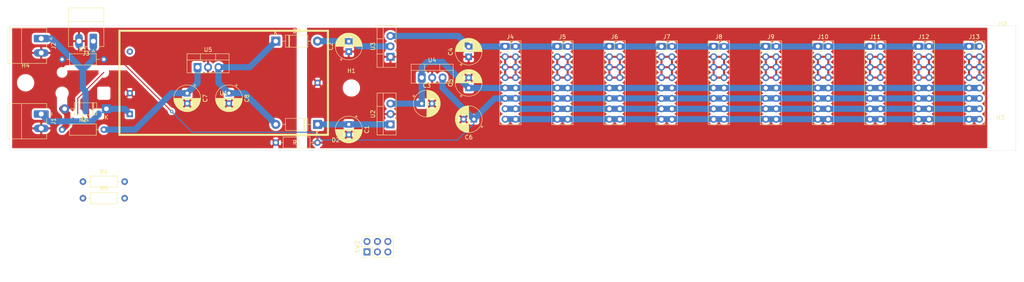
<source format=kicad_pcb>
(kicad_pcb (version 20171130) (host pcbnew 5.1.6)
  (layers (0 F.Cu signal) (31 B.Cu signal) (34 B.Paste user) (35 F.Paste user) (36 B.SilkS user) (37 F.SilkS user) (38 B.Mask user) (39 F.Mask user) (44 Edge.Cuts user))
  (net 0 "")
  (net 1 0V)
  (net 2 +12V)
  (net 3 -12V)
  (net 4 "Net-(D1-Pad1)")
  (net 5 GND)
  (net 6 "Net-(J1-Pad1)")
  (net 7 "Net-(R1-Pad2)")
  (net 8 "Net-(U1-Pad3)")
  (net 9 +5V)
  (net 10 Gate)
  (net 11 CV)
  (net 12 +15V)
  (net 13 -15V)
  (net 14 "Net-(C7-Pad1)")
  (net 15 "Net-(C8-Pad1)")
  (net 16 VIN)
  (net 17 "Net-(R4-Pad2)")
  (net 18 "Net-(R5-Pad2)")
  (module Connector_PinHeader_2.54mm:PinHeader_2x03_P2.54mm_Vertical (layer F.Cu) (at 125.095 130.175 90)
    (fp_text reference SW2 (at 1.27 -2.33 90) (layer F.SilkS))
    (fp_text value Conn_02x03_Odd_Even)
    (pad 6 thru_hole oval (at 2.54 5.08 90) (size 1.7 1.7) (drill 1) (layers *.Cu *.Mask) (net 17 "Net-(R4-Pad2)"))
    (pad 5 thru_hole oval (at 0 5.08 90) (size 1.7 1.7) (drill 1) (layers *.Cu *.Mask) (net 18 "Net-(R5-Pad2)"))
    (pad 4 thru_hole oval (at 2.54 2.54 90) (size 1.7 1.7) (drill 1) (layers *.Cu *.Mask) (net 7 "Net-(R1-Pad2)"))
    (pad 3 thru_hole oval (at 0 2.54 90) (size 1.7 1.7) (drill 1) (layers *.Cu *.Mask) (net 5 GND))
    (pad 2 thru_hole oval (at 2.54 0 90) (size 1.7 1.7) (drill 1) (layers *.Cu *.Mask) (net 16 VIN))
    (pad 1 thru_hole rect (at 0 0 90) (size 1.7 1.7) (drill 1) (layers *.Cu *.Mask) (net 6 "Net-(J1-Pad1)"))
  )
  (module Resistor_THT:R_Axial_DIN0207_L6.3mm_D2.5mm_P10.16mm_Horizontal (layer F.Cu) (at 55.88 117.08)
    (fp_text reference R5 (at 5.08 -2.37) (layer F.SilkS))
    (fp_text value R)
    (pad 2 thru_hole oval (at 10.16 0) (size 1.6 1.6) (drill 0.8) (layers *.Cu *.Mask) (net 18 "Net-(R5-Pad2)"))
    (pad 1 thru_hole circle (at 0 0) (size 1.6 1.6) (drill 0.8) (layers *.Cu *.Mask) (net 3 -12V))
  )
  (module Resistor_THT:R_Axial_DIN0207_L6.3mm_D2.5mm_P10.16mm_Horizontal (layer F.Cu) (at 55.88 113.03)
    (fp_text reference R4 (at 5.08 -2.37) (layer F.SilkS))
    (fp_text value R)
    (pad 2 thru_hole oval (at 10.16 0) (size 1.6 1.6) (drill 0.8) (layers *.Cu *.Mask) (net 17 "Net-(R4-Pad2)"))
    (pad 1 thru_hole circle (at 0 0) (size 1.6 1.6) (drill 0.8) (layers *.Cu *.Mask) (net 2 +12V))
  )
  (module MountingHole:MountingHole_3.2mm_M3 (layer F.Cu) (at 41.91 88.9)
    (fp_text reference H4 (at 0 -4.2) (layer F.SilkS))
    (fp_text value MountingHole)
    (pad 1 np_thru_hole circle (at 0 0) (size 3.2 3.2) (drill 3.2) (layers *.Cu *.Mask))
  )
  (module MountingHole:MountingHole_3.2mm_M3 (layer F.Cu) (at 279.4 101.6)
    (fp_text reference H3 (at 0 -4.2) (layer F.SilkS))
    (fp_text value MountingHole)
    (pad 1 np_thru_hole circle (at 0 0) (size 3.2 3.2) (drill 3.2) (layers *.Cu *.Mask))
  )
  (module MountingHole:MountingHole_3.2mm_M3 (layer F.Cu) (at 280.035 78.74)
    (fp_text reference H2 (at 0 -4.2) (layer F.SilkS))
    (fp_text value MountingHole)
    (pad 1 np_thru_hole circle (at 0 0) (size 3.2 3.2) (drill 3.2) (layers *.Cu *.Mask))
  )
  (module MountingHole:MountingHole_3.2mm_M3 (layer F.Cu) (at 121.285 90.17)
    (fp_text reference H1 (at 0 -4.2) (layer F.SilkS))
    (fp_text value MountingHole)
    (pad 1 np_thru_hole circle (at 0 0) (size 3.2 3.2) (drill 3.2) (layers *.Cu *.Mask))
  )
  (module Package_TO_SOT_THT:TO-220-3_Vertical (layer F.Cu) (at 83.82 85.09)
    (fp_text reference U5 (at 2.54 -4.27) (layer F.SilkS))
    (fp_text value VR20S12)
    (pad 3 thru_hole oval (at 5.08 0) (size 1.905 2) (drill 1.1) (layers *.Cu *.Mask) (net 15 "Net-(C8-Pad1)"))
    (pad 2 thru_hole oval (at 2.54 0) (size 1.905 2) (drill 1.1) (layers *.Cu *.Mask) (net 5 GND))
    (pad 1 thru_hole rect (at 0 0) (size 1.905 2) (drill 1.1) (layers *.Cu *.Mask) (net 14 "Net-(C7-Pad1)"))
  )
  (module Resistor_THT:R_Axial_DIN0207_L6.3mm_D2.5mm_P10.16mm_Horizontal (layer F.Cu) (at 102.87 103.505)
    (fp_text reference R3 (at 5.08 0) (layer F.SilkS))
    (fp_text value 0R)
    (pad 2 thru_hole oval (at 10.16 0) (size 1.6 1.6) (drill 0.8) (layers *.Cu *.Mask) (net 1 0V))
    (pad 1 thru_hole circle (at 0 0) (size 1.6 1.6) (drill 0.8) (layers *.Cu *.Mask) (net 5 GND))
  )
  (module Resistor_THT:R_Axial_DIN0207_L6.3mm_D2.5mm_P10.16mm_Horizontal (layer F.Cu) (at 50.8 100.33)
    (fp_text reference R2 (at 5.08 -2.37) (layer F.SilkS))
    (fp_text value 0R)
    (pad 2 thru_hole oval (at 10.16 0) (size 1.6 1.6) (drill 0.8) (layers *.Cu *.Mask) (net 14 "Net-(C7-Pad1)"))
    (pad 1 thru_hole circle (at 0 0) (size 1.6 1.6) (drill 0.8) (layers *.Cu *.Mask) (net 16 VIN))
  )
  (module Diode_THT:D_DO-41_SOD81_P10.16mm_Horizontal (layer F.Cu) (at 102.87 78.74)
    (fp_text reference D3 (at 5.08 -2.47) (layer F.SilkS))
    (fp_text value 1N5406RLG)
    (fp_text user K (at 0 -2.1) (layer F.SilkS))
    (pad 2 thru_hole oval (at 10.16 0) (size 2.2 2.2) (drill 1.1) (layers *.Cu *.Mask) (net 13 -15V))
    (pad 1 thru_hole rect (at 0 0) (size 2.2 2.2) (drill 1.1) (layers *.Cu *.Mask) (net 15 "Net-(C8-Pad1)"))
  )
  (module Diode_THT:D_DO-41_SOD81_P10.16mm_Horizontal (layer F.Cu) (at 113.03 99.06 180)
    (fp_text reference D2 (at -4.445 -3.81) (layer F.SilkS))
    (fp_text value 1N5406RLG)
    (fp_text user K (at 0 -2.1) (layer F.SilkS))
    (pad 2 thru_hole oval (at 10.16 0 180) (size 2.2 2.2) (drill 1.1) (layers *.Cu *.Mask) (net 15 "Net-(C8-Pad1)"))
    (pad 1 thru_hole rect (at 0 0 180) (size 2.2 2.2) (drill 1.1) (layers *.Cu *.Mask) (net 12 +15V))
  )
  (module Capacitor_THT:CP_Radial_D6.3mm_P2.50mm (layer F.Cu) (at 91.44 91.44 270)
    (fp_text reference C8 (at 1.25 -4.4 90) (layer F.SilkS))
    (fp_text value 22u/50V)
    (pad 2 thru_hole circle (at 2.5 0 270) (size 1.6 1.6) (drill 0.8) (layers *.Cu *.Mask) (net 5 GND))
    (pad 1 thru_hole rect (at 0 0 270) (size 1.6 1.6) (drill 0.8) (layers *.Cu *.Mask) (net 15 "Net-(C8-Pad1)"))
  )
  (module Capacitor_THT:CP_Radial_D6.3mm_P2.50mm (layer F.Cu) (at 81.28 91.44 270)
    (fp_text reference C7 (at 1.25 -4.4 90) (layer F.SilkS))
    (fp_text value 22u/50V)
    (pad 2 thru_hole circle (at 2.5 0 270) (size 1.6 1.6) (drill 0.8) (layers *.Cu *.Mask) (net 5 GND))
    (pad 1 thru_hole rect (at 0 0 270) (size 1.6 1.6) (drill 0.8) (layers *.Cu *.Mask) (net 14 "Net-(C7-Pad1)"))
  )
  (module Connector_Phoenix_MC:PhoenixContact_MC_1,5_2-G-3.5_1x02_P3.50mm_Horizontal (layer F.Cu) (at 58.42 78.74 180)
    (fp_text reference J3 (at 1.75 -3) (layer F.SilkS))
    (fp_text value Conn_01x02_Male)
    (pad 2 thru_hole oval (at 3.5 0 180) (size 1.8 3.6) (drill 1.2) (layers *.Cu *.Mask) (net 5 GND))
    (pad 1 thru_hole roundrect (at 0 0 180) (size 1.8 3.6) (drill 1.2) (layers *.Cu *.Mask) (roundrect_rratio 0.138889) (net 6 "Net-(J1-Pad1)"))
  )
  (module Connector_Phoenix_MC:PhoenixContact_MC_1,5_2-G-3.5_1x02_P3.50mm_Horizontal (layer F.Cu) (at 45.72 78.105 270)
    (fp_text reference J2 (at 1.75 -3 90) (layer F.SilkS))
    (fp_text value Conn_01x02_Male)
    (pad 2 thru_hole oval (at 3.5 0 270) (size 1.8 3.6) (drill 1.2) (layers *.Cu *.Mask) (net 5 GND))
    (pad 1 thru_hole roundrect (at 0 0 270) (size 1.8 3.6) (drill 1.2) (layers *.Cu *.Mask) (roundrect_rratio 0.138889) (net 6 "Net-(J1-Pad1)"))
  )
  (module Connector_Phoenix_MC:PhoenixContact_MC_1,5_2-G-3.5_1x02_P3.50mm_Horizontal (layer F.Cu) (at 45.72 96.52 270)
    (fp_text reference J1 (at 1.75 -3 90) (layer F.SilkS))
    (fp_text value Conn_01x02_Male)
    (pad 2 thru_hole oval (at 3.5 0 270) (size 1.8 3.6) (drill 1.2) (layers *.Cu *.Mask) (net 5 GND))
    (pad 1 thru_hole roundrect (at 0 0 270) (size 1.8 3.6) (drill 1.2) (layers *.Cu *.Mask) (roundrect_rratio 0.138889) (net 6 "Net-(J1-Pad1)"))
  )
  (module Package_TO_SOT_THT:TO-220-3_Vertical (layer F.Cu) (at 130.81 82.55 90)
    (fp_text reference U3 (at 2.54 -4.27 90) (layer F.SilkS))
    (fp_text value LM7912_TO220)
    (pad 3 thru_hole oval (at 5.08 0 90) (size 1.905 2) (drill 1.1) (layers *.Cu *.Mask) (net 3 -12V))
    (pad 2 thru_hole oval (at 2.54 0 90) (size 1.905 2) (drill 1.1) (layers *.Cu *.Mask) (net 13 -15V))
    (pad 1 thru_hole rect (at 0 0 90) (size 1.905 2) (drill 1.1) (layers *.Cu *.Mask) (net 1 0V))
  )
  (module Package_TO_SOT_THT:TO-220-3_Vertical (layer F.Cu) (at 130.81 99.06 90)
    (fp_text reference U2 (at 2.54 -4.27 90) (layer F.SilkS))
    (fp_text value LM7812_TO220)
    (pad 3 thru_hole oval (at 5.08 0 90) (size 1.905 2) (drill 1.1) (layers *.Cu *.Mask) (net 2 +12V))
    (pad 2 thru_hole oval (at 2.54 0 90) (size 1.905 2) (drill 1.1) (layers *.Cu *.Mask) (net 1 0V))
    (pad 1 thru_hole rect (at 0 0 90) (size 1.905 2) (drill 1.1) (layers *.Cu *.Mask) (net 12 +15V))
  )
  (module Connector_PinHeader_2.54mm:PinHeader_2x08_P2.54mm_Vertical (layer F.Cu) (at 271.78 80.01)
    (fp_text reference J13 (at 1.27 -2.33) (layer F.SilkS))
    (fp_text value Conn_02x08_Odd_Even)
    (pad 16 thru_hole oval (at 2.54 17.78) (size 1.7 1.7) (drill 1) (layers *.Cu *.Mask) (net 10 Gate))
    (pad 15 thru_hole oval (at 0 17.78) (size 1.7 1.7) (drill 1) (layers *.Cu *.Mask) (net 10 Gate))
    (pad 14 thru_hole oval (at 2.54 15.24) (size 1.7 1.7) (drill 1) (layers *.Cu *.Mask) (net 11 CV))
    (pad 13 thru_hole oval (at 0 15.24) (size 1.7 1.7) (drill 1) (layers *.Cu *.Mask) (net 11 CV))
    (pad 12 thru_hole oval (at 2.54 12.7) (size 1.7 1.7) (drill 1) (layers *.Cu *.Mask) (net 9 +5V))
    (pad 11 thru_hole oval (at 0 12.7) (size 1.7 1.7) (drill 1) (layers *.Cu *.Mask) (net 9 +5V))
    (pad 10 thru_hole oval (at 2.54 10.16) (size 1.7 1.7) (drill 1) (layers *.Cu *.Mask) (net 2 +12V))
    (pad 9 thru_hole oval (at 0 10.16) (size 1.7 1.7) (drill 1) (layers *.Cu *.Mask) (net 2 +12V))
    (pad 8 thru_hole oval (at 2.54 7.62) (size 1.7 1.7) (drill 1) (layers *.Cu *.Mask) (net 1 0V))
    (pad 7 thru_hole oval (at 0 7.62) (size 1.7 1.7) (drill 1) (layers *.Cu *.Mask) (net 1 0V))
    (pad 6 thru_hole oval (at 2.54 5.08) (size 1.7 1.7) (drill 1) (layers *.Cu *.Mask) (net 1 0V))
    (pad 5 thru_hole oval (at 0 5.08) (size 1.7 1.7) (drill 1) (layers *.Cu *.Mask) (net 1 0V))
    (pad 4 thru_hole oval (at 2.54 2.54) (size 1.7 1.7) (drill 1) (layers *.Cu *.Mask) (net 1 0V))
    (pad 3 thru_hole oval (at 0 2.54) (size 1.7 1.7) (drill 1) (layers *.Cu *.Mask) (net 1 0V))
    (pad 2 thru_hole oval (at 2.54 0) (size 1.7 1.7) (drill 1) (layers *.Cu *.Mask) (net 3 -12V))
    (pad 1 thru_hole rect (at 0 0) (size 1.7 1.7) (drill 1) (layers *.Cu *.Mask) (net 3 -12V))
  )
  (module Connector_PinHeader_2.54mm:PinHeader_2x08_P2.54mm_Vertical (layer F.Cu) (at 259.484759 80.01)
    (fp_text reference J12 (at 1.27 -2.33) (layer F.SilkS))
    (fp_text value Conn_02x08_Odd_Even)
    (pad 16 thru_hole oval (at 2.54 17.78) (size 1.7 1.7) (drill 1) (layers *.Cu *.Mask) (net 10 Gate))
    (pad 15 thru_hole oval (at 0 17.78) (size 1.7 1.7) (drill 1) (layers *.Cu *.Mask) (net 10 Gate))
    (pad 14 thru_hole oval (at 2.54 15.24) (size 1.7 1.7) (drill 1) (layers *.Cu *.Mask) (net 11 CV))
    (pad 13 thru_hole oval (at 0 15.24) (size 1.7 1.7) (drill 1) (layers *.Cu *.Mask) (net 11 CV))
    (pad 12 thru_hole oval (at 2.54 12.7) (size 1.7 1.7) (drill 1) (layers *.Cu *.Mask) (net 9 +5V))
    (pad 11 thru_hole oval (at 0 12.7) (size 1.7 1.7) (drill 1) (layers *.Cu *.Mask) (net 9 +5V))
    (pad 10 thru_hole oval (at 2.54 10.16) (size 1.7 1.7) (drill 1) (layers *.Cu *.Mask) (net 2 +12V))
    (pad 9 thru_hole oval (at 0 10.16) (size 1.7 1.7) (drill 1) (layers *.Cu *.Mask) (net 2 +12V))
    (pad 8 thru_hole oval (at 2.54 7.62) (size 1.7 1.7) (drill 1) (layers *.Cu *.Mask) (net 1 0V))
    (pad 7 thru_hole oval (at 0 7.62) (size 1.7 1.7) (drill 1) (layers *.Cu *.Mask) (net 1 0V))
    (pad 6 thru_hole oval (at 2.54 5.08) (size 1.7 1.7) (drill 1) (layers *.Cu *.Mask) (net 1 0V))
    (pad 5 thru_hole oval (at 0 5.08) (size 1.7 1.7) (drill 1) (layers *.Cu *.Mask) (net 1 0V))
    (pad 4 thru_hole oval (at 2.54 2.54) (size 1.7 1.7) (drill 1) (layers *.Cu *.Mask) (net 1 0V))
    (pad 3 thru_hole oval (at 0 2.54) (size 1.7 1.7) (drill 1) (layers *.Cu *.Mask) (net 1 0V))
    (pad 2 thru_hole oval (at 2.54 0) (size 1.7 1.7) (drill 1) (layers *.Cu *.Mask) (net 3 -12V))
    (pad 1 thru_hole rect (at 0 0) (size 1.7 1.7) (drill 1) (layers *.Cu *.Mask) (net 3 -12V))
  )
  (module Connector_PinHeader_2.54mm:PinHeader_2x08_P2.54mm_Vertical (layer F.Cu) (at 247.65 80.01)
    (fp_text reference J11 (at 1.27 -2.33) (layer F.SilkS))
    (fp_text value Conn_02x08_Odd_Even)
    (pad 16 thru_hole oval (at 2.54 17.78) (size 1.7 1.7) (drill 1) (layers *.Cu *.Mask) (net 10 Gate))
    (pad 15 thru_hole oval (at 0 17.78) (size 1.7 1.7) (drill 1) (layers *.Cu *.Mask) (net 10 Gate))
    (pad 14 thru_hole oval (at 2.54 15.24) (size 1.7 1.7) (drill 1) (layers *.Cu *.Mask) (net 11 CV))
    (pad 13 thru_hole oval (at 0 15.24) (size 1.7 1.7) (drill 1) (layers *.Cu *.Mask) (net 11 CV))
    (pad 12 thru_hole oval (at 2.54 12.7) (size 1.7 1.7) (drill 1) (layers *.Cu *.Mask) (net 9 +5V))
    (pad 11 thru_hole oval (at 0 12.7) (size 1.7 1.7) (drill 1) (layers *.Cu *.Mask) (net 9 +5V))
    (pad 10 thru_hole oval (at 2.54 10.16) (size 1.7 1.7) (drill 1) (layers *.Cu *.Mask) (net 2 +12V))
    (pad 9 thru_hole oval (at 0 10.16) (size 1.7 1.7) (drill 1) (layers *.Cu *.Mask) (net 2 +12V))
    (pad 8 thru_hole oval (at 2.54 7.62) (size 1.7 1.7) (drill 1) (layers *.Cu *.Mask) (net 1 0V))
    (pad 7 thru_hole oval (at 0 7.62) (size 1.7 1.7) (drill 1) (layers *.Cu *.Mask) (net 1 0V))
    (pad 6 thru_hole oval (at 2.54 5.08) (size 1.7 1.7) (drill 1) (layers *.Cu *.Mask) (net 1 0V))
    (pad 5 thru_hole oval (at 0 5.08) (size 1.7 1.7) (drill 1) (layers *.Cu *.Mask) (net 1 0V))
    (pad 4 thru_hole oval (at 2.54 2.54) (size 1.7 1.7) (drill 1) (layers *.Cu *.Mask) (net 1 0V))
    (pad 3 thru_hole oval (at 0 2.54) (size 1.7 1.7) (drill 1) (layers *.Cu *.Mask) (net 1 0V))
    (pad 2 thru_hole oval (at 2.54 0) (size 1.7 1.7) (drill 1) (layers *.Cu *.Mask) (net 3 -12V))
    (pad 1 thru_hole rect (at 0 0) (size 1.7 1.7) (drill 1) (layers *.Cu *.Mask) (net 3 -12V))
  )
  (module Connector_PinHeader_2.54mm:PinHeader_2x08_P2.54mm_Vertical (layer F.Cu) (at 234.95 80.01)
    (fp_text reference J10 (at 1.27 -2.33) (layer F.SilkS))
    (fp_text value Conn_02x08_Odd_Even)
    (pad 16 thru_hole oval (at 2.54 17.78) (size 1.7 1.7) (drill 1) (layers *.Cu *.Mask) (net 10 Gate))
    (pad 15 thru_hole oval (at 0 17.78) (size 1.7 1.7) (drill 1) (layers *.Cu *.Mask) (net 10 Gate))
    (pad 14 thru_hole oval (at 2.54 15.24) (size 1.7 1.7) (drill 1) (layers *.Cu *.Mask) (net 11 CV))
    (pad 13 thru_hole oval (at 0 15.24) (size 1.7 1.7) (drill 1) (layers *.Cu *.Mask) (net 11 CV))
    (pad 12 thru_hole oval (at 2.54 12.7) (size 1.7 1.7) (drill 1) (layers *.Cu *.Mask) (net 9 +5V))
    (pad 11 thru_hole oval (at 0 12.7) (size 1.7 1.7) (drill 1) (layers *.Cu *.Mask) (net 9 +5V))
    (pad 10 thru_hole oval (at 2.54 10.16) (size 1.7 1.7) (drill 1) (layers *.Cu *.Mask) (net 2 +12V))
    (pad 9 thru_hole oval (at 0 10.16) (size 1.7 1.7) (drill 1) (layers *.Cu *.Mask) (net 2 +12V))
    (pad 8 thru_hole oval (at 2.54 7.62) (size 1.7 1.7) (drill 1) (layers *.Cu *.Mask) (net 1 0V))
    (pad 7 thru_hole oval (at 0 7.62) (size 1.7 1.7) (drill 1) (layers *.Cu *.Mask) (net 1 0V))
    (pad 6 thru_hole oval (at 2.54 5.08) (size 1.7 1.7) (drill 1) (layers *.Cu *.Mask) (net 1 0V))
    (pad 5 thru_hole oval (at 0 5.08) (size 1.7 1.7) (drill 1) (layers *.Cu *.Mask) (net 1 0V))
    (pad 4 thru_hole oval (at 2.54 2.54) (size 1.7 1.7) (drill 1) (layers *.Cu *.Mask) (net 1 0V))
    (pad 3 thru_hole oval (at 0 2.54) (size 1.7 1.7) (drill 1) (layers *.Cu *.Mask) (net 1 0V))
    (pad 2 thru_hole oval (at 2.54 0) (size 1.7 1.7) (drill 1) (layers *.Cu *.Mask) (net 3 -12V))
    (pad 1 thru_hole rect (at 0 0) (size 1.7 1.7) (drill 1) (layers *.Cu *.Mask) (net 3 -12V))
  )
  (module Connector_PinHeader_2.54mm:PinHeader_2x08_P2.54mm_Vertical (layer F.Cu) (at 222.25 80.01)
    (fp_text reference J9 (at 1.27 -2.33) (layer F.SilkS))
    (fp_text value Conn_02x08_Odd_Even)
    (pad 16 thru_hole oval (at 2.54 17.78) (size 1.7 1.7) (drill 1) (layers *.Cu *.Mask) (net 10 Gate))
    (pad 15 thru_hole oval (at 0 17.78) (size 1.7 1.7) (drill 1) (layers *.Cu *.Mask) (net 10 Gate))
    (pad 14 thru_hole oval (at 2.54 15.24) (size 1.7 1.7) (drill 1) (layers *.Cu *.Mask) (net 11 CV))
    (pad 13 thru_hole oval (at 0 15.24) (size 1.7 1.7) (drill 1) (layers *.Cu *.Mask) (net 11 CV))
    (pad 12 thru_hole oval (at 2.54 12.7) (size 1.7 1.7) (drill 1) (layers *.Cu *.Mask) (net 9 +5V))
    (pad 11 thru_hole oval (at 0 12.7) (size 1.7 1.7) (drill 1) (layers *.Cu *.Mask) (net 9 +5V))
    (pad 10 thru_hole oval (at 2.54 10.16) (size 1.7 1.7) (drill 1) (layers *.Cu *.Mask) (net 2 +12V))
    (pad 9 thru_hole oval (at 0 10.16) (size 1.7 1.7) (drill 1) (layers *.Cu *.Mask) (net 2 +12V))
    (pad 8 thru_hole oval (at 2.54 7.62) (size 1.7 1.7) (drill 1) (layers *.Cu *.Mask) (net 1 0V))
    (pad 7 thru_hole oval (at 0 7.62) (size 1.7 1.7) (drill 1) (layers *.Cu *.Mask) (net 1 0V))
    (pad 6 thru_hole oval (at 2.54 5.08) (size 1.7 1.7) (drill 1) (layers *.Cu *.Mask) (net 1 0V))
    (pad 5 thru_hole oval (at 0 5.08) (size 1.7 1.7) (drill 1) (layers *.Cu *.Mask) (net 1 0V))
    (pad 4 thru_hole oval (at 2.54 2.54) (size 1.7 1.7) (drill 1) (layers *.Cu *.Mask) (net 1 0V))
    (pad 3 thru_hole oval (at 0 2.54) (size 1.7 1.7) (drill 1) (layers *.Cu *.Mask) (net 1 0V))
    (pad 2 thru_hole oval (at 2.54 0) (size 1.7 1.7) (drill 1) (layers *.Cu *.Mask) (net 3 -12V))
    (pad 1 thru_hole rect (at 0 0) (size 1.7 1.7) (drill 1) (layers *.Cu *.Mask) (net 3 -12V))
  )
  (module Connector_PinHeader_2.54mm:PinHeader_2x08_P2.54mm_Vertical (layer F.Cu) (at 209.55 80.01)
    (fp_text reference J8 (at 1.27 -2.33) (layer F.SilkS))
    (fp_text value Conn_02x08_Odd_Even)
    (pad 16 thru_hole oval (at 2.54 17.78) (size 1.7 1.7) (drill 1) (layers *.Cu *.Mask) (net 10 Gate))
    (pad 15 thru_hole oval (at 0 17.78) (size 1.7 1.7) (drill 1) (layers *.Cu *.Mask) (net 10 Gate))
    (pad 14 thru_hole oval (at 2.54 15.24) (size 1.7 1.7) (drill 1) (layers *.Cu *.Mask) (net 11 CV))
    (pad 13 thru_hole oval (at 0 15.24) (size 1.7 1.7) (drill 1) (layers *.Cu *.Mask) (net 11 CV))
    (pad 12 thru_hole oval (at 2.54 12.7) (size 1.7 1.7) (drill 1) (layers *.Cu *.Mask) (net 9 +5V))
    (pad 11 thru_hole oval (at 0 12.7) (size 1.7 1.7) (drill 1) (layers *.Cu *.Mask) (net 9 +5V))
    (pad 10 thru_hole oval (at 2.54 10.16) (size 1.7 1.7) (drill 1) (layers *.Cu *.Mask) (net 2 +12V))
    (pad 9 thru_hole oval (at 0 10.16) (size 1.7 1.7) (drill 1) (layers *.Cu *.Mask) (net 2 +12V))
    (pad 8 thru_hole oval (at 2.54 7.62) (size 1.7 1.7) (drill 1) (layers *.Cu *.Mask) (net 1 0V))
    (pad 7 thru_hole oval (at 0 7.62) (size 1.7 1.7) (drill 1) (layers *.Cu *.Mask) (net 1 0V))
    (pad 6 thru_hole oval (at 2.54 5.08) (size 1.7 1.7) (drill 1) (layers *.Cu *.Mask) (net 1 0V))
    (pad 5 thru_hole oval (at 0 5.08) (size 1.7 1.7) (drill 1) (layers *.Cu *.Mask) (net 1 0V))
    (pad 4 thru_hole oval (at 2.54 2.54) (size 1.7 1.7) (drill 1) (layers *.Cu *.Mask) (net 1 0V))
    (pad 3 thru_hole oval (at 0 2.54) (size 1.7 1.7) (drill 1) (layers *.Cu *.Mask) (net 1 0V))
    (pad 2 thru_hole oval (at 2.54 0) (size 1.7 1.7) (drill 1) (layers *.Cu *.Mask) (net 3 -12V))
    (pad 1 thru_hole rect (at 0 0) (size 1.7 1.7) (drill 1) (layers *.Cu *.Mask) (net 3 -12V))
  )
  (module Connector_PinHeader_2.54mm:PinHeader_2x08_P2.54mm_Vertical (layer F.Cu) (at 196.85 80.01)
    (fp_text reference J7 (at 1.27 -2.33) (layer F.SilkS))
    (fp_text value Conn_02x08_Odd_Even)
    (pad 16 thru_hole oval (at 2.54 17.78) (size 1.7 1.7) (drill 1) (layers *.Cu *.Mask) (net 10 Gate))
    (pad 15 thru_hole oval (at 0 17.78) (size 1.7 1.7) (drill 1) (layers *.Cu *.Mask) (net 10 Gate))
    (pad 14 thru_hole oval (at 2.54 15.24) (size 1.7 1.7) (drill 1) (layers *.Cu *.Mask) (net 11 CV))
    (pad 13 thru_hole oval (at 0 15.24) (size 1.7 1.7) (drill 1) (layers *.Cu *.Mask) (net 11 CV))
    (pad 12 thru_hole oval (at 2.54 12.7) (size 1.7 1.7) (drill 1) (layers *.Cu *.Mask) (net 9 +5V))
    (pad 11 thru_hole oval (at 0 12.7) (size 1.7 1.7) (drill 1) (layers *.Cu *.Mask) (net 9 +5V))
    (pad 10 thru_hole oval (at 2.54 10.16) (size 1.7 1.7) (drill 1) (layers *.Cu *.Mask) (net 2 +12V))
    (pad 9 thru_hole oval (at 0 10.16) (size 1.7 1.7) (drill 1) (layers *.Cu *.Mask) (net 2 +12V))
    (pad 8 thru_hole oval (at 2.54 7.62) (size 1.7 1.7) (drill 1) (layers *.Cu *.Mask) (net 1 0V))
    (pad 7 thru_hole oval (at 0 7.62) (size 1.7 1.7) (drill 1) (layers *.Cu *.Mask) (net 1 0V))
    (pad 6 thru_hole oval (at 2.54 5.08) (size 1.7 1.7) (drill 1) (layers *.Cu *.Mask) (net 1 0V))
    (pad 5 thru_hole oval (at 0 5.08) (size 1.7 1.7) (drill 1) (layers *.Cu *.Mask) (net 1 0V))
    (pad 4 thru_hole oval (at 2.54 2.54) (size 1.7 1.7) (drill 1) (layers *.Cu *.Mask) (net 1 0V))
    (pad 3 thru_hole oval (at 0 2.54) (size 1.7 1.7) (drill 1) (layers *.Cu *.Mask) (net 1 0V))
    (pad 2 thru_hole oval (at 2.54 0) (size 1.7 1.7) (drill 1) (layers *.Cu *.Mask) (net 3 -12V))
    (pad 1 thru_hole rect (at 0 0) (size 1.7 1.7) (drill 1) (layers *.Cu *.Mask) (net 3 -12V))
  )
  (module Connector_PinHeader_2.54mm:PinHeader_2x08_P2.54mm_Vertical (layer F.Cu) (at 184.15 80.01)
    (fp_text reference J6 (at 1.27 -2.33) (layer F.SilkS))
    (fp_text value Conn_02x08_Odd_Even)
    (pad 16 thru_hole oval (at 2.54 17.78) (size 1.7 1.7) (drill 1) (layers *.Cu *.Mask) (net 10 Gate))
    (pad 15 thru_hole oval (at 0 17.78) (size 1.7 1.7) (drill 1) (layers *.Cu *.Mask) (net 10 Gate))
    (pad 14 thru_hole oval (at 2.54 15.24) (size 1.7 1.7) (drill 1) (layers *.Cu *.Mask) (net 11 CV))
    (pad 13 thru_hole oval (at 0 15.24) (size 1.7 1.7) (drill 1) (layers *.Cu *.Mask) (net 11 CV))
    (pad 12 thru_hole oval (at 2.54 12.7) (size 1.7 1.7) (drill 1) (layers *.Cu *.Mask) (net 9 +5V))
    (pad 11 thru_hole oval (at 0 12.7) (size 1.7 1.7) (drill 1) (layers *.Cu *.Mask) (net 9 +5V))
    (pad 10 thru_hole oval (at 2.54 10.16) (size 1.7 1.7) (drill 1) (layers *.Cu *.Mask) (net 2 +12V))
    (pad 9 thru_hole oval (at 0 10.16) (size 1.7 1.7) (drill 1) (layers *.Cu *.Mask) (net 2 +12V))
    (pad 8 thru_hole oval (at 2.54 7.62) (size 1.7 1.7) (drill 1) (layers *.Cu *.Mask) (net 1 0V))
    (pad 7 thru_hole oval (at 0 7.62) (size 1.7 1.7) (drill 1) (layers *.Cu *.Mask) (net 1 0V))
    (pad 6 thru_hole oval (at 2.54 5.08) (size 1.7 1.7) (drill 1) (layers *.Cu *.Mask) (net 1 0V))
    (pad 5 thru_hole oval (at 0 5.08) (size 1.7 1.7) (drill 1) (layers *.Cu *.Mask) (net 1 0V))
    (pad 4 thru_hole oval (at 2.54 2.54) (size 1.7 1.7) (drill 1) (layers *.Cu *.Mask) (net 1 0V))
    (pad 3 thru_hole oval (at 0 2.54) (size 1.7 1.7) (drill 1) (layers *.Cu *.Mask) (net 1 0V))
    (pad 2 thru_hole oval (at 2.54 0) (size 1.7 1.7) (drill 1) (layers *.Cu *.Mask) (net 3 -12V))
    (pad 1 thru_hole rect (at 0 0) (size 1.7 1.7) (drill 1) (layers *.Cu *.Mask) (net 3 -12V))
  )
  (module Connector_PinHeader_2.54mm:PinHeader_2x08_P2.54mm_Vertical (layer F.Cu) (at 171.45 80.01)
    (fp_text reference J5 (at 1.27 -2.33) (layer F.SilkS))
    (fp_text value Conn_02x08_Odd_Even)
    (pad 16 thru_hole oval (at 2.54 17.78) (size 1.7 1.7) (drill 1) (layers *.Cu *.Mask) (net 10 Gate))
    (pad 15 thru_hole oval (at 0 17.78) (size 1.7 1.7) (drill 1) (layers *.Cu *.Mask) (net 10 Gate))
    (pad 14 thru_hole oval (at 2.54 15.24) (size 1.7 1.7) (drill 1) (layers *.Cu *.Mask) (net 11 CV))
    (pad 13 thru_hole oval (at 0 15.24) (size 1.7 1.7) (drill 1) (layers *.Cu *.Mask) (net 11 CV))
    (pad 12 thru_hole oval (at 2.54 12.7) (size 1.7 1.7) (drill 1) (layers *.Cu *.Mask) (net 9 +5V))
    (pad 11 thru_hole oval (at 0 12.7) (size 1.7 1.7) (drill 1) (layers *.Cu *.Mask) (net 9 +5V))
    (pad 10 thru_hole oval (at 2.54 10.16) (size 1.7 1.7) (drill 1) (layers *.Cu *.Mask) (net 2 +12V))
    (pad 9 thru_hole oval (at 0 10.16) (size 1.7 1.7) (drill 1) (layers *.Cu *.Mask) (net 2 +12V))
    (pad 8 thru_hole oval (at 2.54 7.62) (size 1.7 1.7) (drill 1) (layers *.Cu *.Mask) (net 1 0V))
    (pad 7 thru_hole oval (at 0 7.62) (size 1.7 1.7) (drill 1) (layers *.Cu *.Mask) (net 1 0V))
    (pad 6 thru_hole oval (at 2.54 5.08) (size 1.7 1.7) (drill 1) (layers *.Cu *.Mask) (net 1 0V))
    (pad 5 thru_hole oval (at 0 5.08) (size 1.7 1.7) (drill 1) (layers *.Cu *.Mask) (net 1 0V))
    (pad 4 thru_hole oval (at 2.54 2.54) (size 1.7 1.7) (drill 1) (layers *.Cu *.Mask) (net 1 0V))
    (pad 3 thru_hole oval (at 0 2.54) (size 1.7 1.7) (drill 1) (layers *.Cu *.Mask) (net 1 0V))
    (pad 2 thru_hole oval (at 2.54 0) (size 1.7 1.7) (drill 1) (layers *.Cu *.Mask) (net 3 -12V))
    (pad 1 thru_hole rect (at 0 0) (size 1.7 1.7) (drill 1) (layers *.Cu *.Mask) (net 3 -12V))
  )
  (module Connector_PinHeader_2.54mm:PinHeader_2x08_P2.54mm_Vertical (layer F.Cu) (at 158.75 80.01)
    (fp_text reference J4 (at 1.27 -2.33) (layer F.SilkS))
    (fp_text value Conn_02x08_Odd_Even)
    (pad 16 thru_hole oval (at 2.54 17.78) (size 1.7 1.7) (drill 1) (layers *.Cu *.Mask) (net 10 Gate))
    (pad 15 thru_hole oval (at 0 17.78) (size 1.7 1.7) (drill 1) (layers *.Cu *.Mask) (net 10 Gate))
    (pad 14 thru_hole oval (at 2.54 15.24) (size 1.7 1.7) (drill 1) (layers *.Cu *.Mask) (net 11 CV))
    (pad 13 thru_hole oval (at 0 15.24) (size 1.7 1.7) (drill 1) (layers *.Cu *.Mask) (net 11 CV))
    (pad 12 thru_hole oval (at 2.54 12.7) (size 1.7 1.7) (drill 1) (layers *.Cu *.Mask) (net 9 +5V))
    (pad 11 thru_hole oval (at 0 12.7) (size 1.7 1.7) (drill 1) (layers *.Cu *.Mask) (net 9 +5V))
    (pad 10 thru_hole oval (at 2.54 10.16) (size 1.7 1.7) (drill 1) (layers *.Cu *.Mask) (net 2 +12V))
    (pad 9 thru_hole oval (at 0 10.16) (size 1.7 1.7) (drill 1) (layers *.Cu *.Mask) (net 2 +12V))
    (pad 8 thru_hole oval (at 2.54 7.62) (size 1.7 1.7) (drill 1) (layers *.Cu *.Mask) (net 1 0V))
    (pad 7 thru_hole oval (at 0 7.62) (size 1.7 1.7) (drill 1) (layers *.Cu *.Mask) (net 1 0V))
    (pad 6 thru_hole oval (at 2.54 5.08) (size 1.7 1.7) (drill 1) (layers *.Cu *.Mask) (net 1 0V))
    (pad 5 thru_hole oval (at 0 5.08) (size 1.7 1.7) (drill 1) (layers *.Cu *.Mask) (net 1 0V))
    (pad 4 thru_hole oval (at 2.54 2.54) (size 1.7 1.7) (drill 1) (layers *.Cu *.Mask) (net 1 0V))
    (pad 3 thru_hole oval (at 0 2.54) (size 1.7 1.7) (drill 1) (layers *.Cu *.Mask) (net 1 0V))
    (pad 2 thru_hole oval (at 2.54 0) (size 1.7 1.7) (drill 1) (layers *.Cu *.Mask) (net 3 -12V))
    (pad 1 thru_hole rect (at 0 0) (size 1.7 1.7) (drill 1) (layers *.Cu *.Mask) (net 3 -12V))
  )
  (module Capacitor_THT:CP_Radial_D6.3mm_P2.50mm (layer F.Cu) (at 151.13 97.79 180)
    (fp_text reference C6 (at 1.25 -4.4) (layer F.SilkS))
    (fp_text value 330n)
    (pad 2 thru_hole circle (at 2.5 0 180) (size 1.6 1.6) (drill 0.8) (layers *.Cu *.Mask) (net 1 0V))
    (pad 1 thru_hole rect (at 0 0 180) (size 1.6 1.6) (drill 0.8) (layers *.Cu *.Mask) (net 9 +5V))
  )
  (module Package_TO_SOT_THT:TO-220-3_Vertical (layer F.Cu) (at 138.43 87.63)
    (fp_text reference U4 (at 2.54 -4.27) (layer F.SilkS))
    (fp_text value LM7805_TO220)
    (pad 3 thru_hole oval (at 5.08 0) (size 1.905 2) (drill 1.1) (layers *.Cu *.Mask) (net 9 +5V))
    (pad 2 thru_hole oval (at 2.54 0) (size 1.905 2) (drill 1.1) (layers *.Cu *.Mask) (net 1 0V))
    (pad 1 thru_hole rect (at 0 0) (size 1.905 2) (drill 1.1) (layers *.Cu *.Mask) (net 2 +12V))
  )
  (module psu:PYBE30 (layer F.Cu) (at 90.17 88.9)
    (fp_text reference U1 (at 0 2.54) (layer F.SilkS))
    (fp_text value PYBE30-Q24-D15)
    (pad 5 thru_hole circle (at 22.86 0) (size 1.524 1.524) (drill 0.762) (layers *.Cu *.Mask) (net 1 0V))
    (pad 4 thru_hole circle (at 22.86 -10.16) (size 1.524 1.524) (drill 0.762) (layers *.Cu *.Mask) (net 13 -15V))
    (pad 6 thru_hole circle (at 22.86 10.16) (size 1.524 1.524) (drill 0.762) (layers *.Cu *.Mask) (net 12 +15V))
    (pad 3 thru_hole circle (at -22.86 -7.62) (size 1.524 1.524) (drill 0.762) (layers *.Cu *.Mask) (net 8 "Net-(U1-Pad3)"))
    (pad 2 thru_hole circle (at -22.86 2.54) (size 1.524 1.524) (drill 0.762) (layers *.Cu *.Mask) (net 5 GND))
    (pad 1 thru_hole rect (at -22.86 7.62) (size 1.524 1.524) (drill 0.762) (layers *.Cu *.Mask) (net 4 "Net-(D1-Pad1)"))
  )
  (module Resistor_THT:R_Axial_DIN0207_L6.3mm_D2.5mm_P10.16mm_Horizontal (layer F.Cu) (at 50.8 83.185)
    (fp_text reference R1 (at 5.08 -2.37) (layer F.SilkS))
    (fp_text value R)
    (pad 2 thru_hole oval (at 10.16 0) (size 1.6 1.6) (drill 0.8) (layers *.Cu *.Mask) (net 7 "Net-(R1-Pad2)"))
    (pad 1 thru_hole circle (at 0 0) (size 1.6 1.6) (drill 0.8) (layers *.Cu *.Mask) (net 9 +5V))
  )
  (module Diode_THT:D_DO-41_SOD81_P10.16mm_Horizontal (layer F.Cu) (at 61.595 95.25 180)
    (fp_text reference D1 (at 5.08 -2.47) (layer F.SilkS))
    (fp_text value 1N5406RLG)
    (fp_text user K (at 0 -2.1) (layer F.SilkS))
    (pad 2 thru_hole oval (at 10.16 0 180) (size 2.2 2.2) (drill 1.1) (layers *.Cu *.Mask) (net 16 VIN))
    (pad 1 thru_hole rect (at 0 0 180) (size 2.2 2.2) (drill 1.1) (layers *.Cu *.Mask) (net 4 "Net-(D1-Pad1)"))
  )
  (module Capacitor_THT:CP_Radial_D6.3mm_P2.50mm (layer F.Cu) (at 149.86 90.17 90)
    (fp_text reference C5 (at 1.25 -4.4 90) (layer F.SilkS))
    (fp_text value 330n)
    (pad 2 thru_hole circle (at 2.5 0 90) (size 1.6 1.6) (drill 0.8) (layers *.Cu *.Mask) (net 1 0V))
    (pad 1 thru_hole rect (at 0 0 90) (size 1.6 1.6) (drill 0.8) (layers *.Cu *.Mask) (net 2 +12V))
  )
  (module Capacitor_THT:CP_Radial_D6.3mm_P2.50mm (layer F.Cu) (at 149.86 82.55 90)
    (fp_text reference C4 (at 1.25 -4.4 90) (layer F.SilkS))
    (fp_text value 330n)
    (pad 2 thru_hole circle (at 2.5 0 90) (size 1.6 1.6) (drill 0.8) (layers *.Cu *.Mask) (net 3 -12V))
    (pad 1 thru_hole rect (at 0 0 90) (size 1.6 1.6) (drill 0.8) (layers *.Cu *.Mask) (net 1 0V))
  )
  (module Capacitor_THT:CP_Radial_D6.3mm_P2.50mm (layer F.Cu) (at 138.43 93.98)
    (fp_text reference C3 (at 1.25 -4.4) (layer F.SilkS))
    (fp_text value 330n)
    (pad 2 thru_hole circle (at 2.5 0) (size 1.6 1.6) (drill 0.8) (layers *.Cu *.Mask) (net 1 0V))
    (pad 1 thru_hole rect (at 0 0) (size 1.6 1.6) (drill 0.8) (layers *.Cu *.Mask) (net 2 +12V))
  )
  (module Capacitor_THT:CP_Radial_D6.3mm_P2.50mm (layer F.Cu) (at 120.65 81.28 90)
    (fp_text reference C2 (at 1.25 -4.4 90) (layer F.SilkS))
    (fp_text value 330n)
    (pad 2 thru_hole circle (at 2.5 0 90) (size 1.6 1.6) (drill 0.8) (layers *.Cu *.Mask) (net 13 -15V))
    (pad 1 thru_hole rect (at 0 0 90) (size 1.6 1.6) (drill 0.8) (layers *.Cu *.Mask) (net 1 0V))
  )
  (module Capacitor_THT:CP_Radial_D6.3mm_P2.50mm (layer F.Cu) (at 120.65 99.06 270)
    (fp_text reference C1 (at 1.25 -4.4 90) (layer F.SilkS))
    (fp_text value 330n)
    (pad 2 thru_hole circle (at 2.5 0 270) (size 1.6 1.6) (drill 0.8) (layers *.Cu *.Mask) (net 1 0V))
    (pad 1 thru_hole rect (at 0 0 270) (size 1.6 1.6) (drill 0.8) (layers *.Cu *.Mask) (net 12 +15V))
  )
  (gr_line (start 38.1 74.93) (end 38.1 105.41) (layer Edge.Cuts) (width 0.05))
  (gr_line (start 53.34 74.93) (end 38.1 74.93) (layer Edge.Cuts) (width 0.05))
  (gr_line (start 283.21 105.41) (end 38.1 105.41) (layer Edge.Cuts) (width 0.05))
  (gr_line (start 283.21 74.93) (end 283.21 105.41) (layer Edge.Cuts) (width 0.05))
  (gr_line (start 158.75 74.93) (end 283.21 74.93) (layer Edge.Cuts) (width 0.05))
  (gr_line (start 53.34 74.93) (end 158.75 74.93) (layer Edge.Cuts) (width 0.05))
  (segment (start 149.9 87.63) (end 149.86 87.67) (width 1) (layer F.Cu) (net 1))
  (segment (start 140.97 94.02) (end 140.93 93.98) (width 1) (layer F.Cu) (net 1))
  (segment (start 140.93 87.67) (end 140.97 87.63) (width 1) (layer F.Cu) (net 1))
  (segment (start 130.77 96.56) (end 130.81 96.52) (width 1) (layer F.Cu) (net 1))
  (segment (start 274.32 90.17) (end 149.86 90.17) (width 1.5) (layer B.Cu) (net 2))
  (segment (start 130.81 93.98) (end 138.43 93.98) (width 1.5) (layer B.Cu) (net 2))
  (segment (start 138.43 87.63) (end 138.43 93.98) (width 1.5) (layer B.Cu) (net 2))
  (segment (start 143.51 83.82) (end 149.86 90.17) (width 1.5) (layer B.Cu) (net 2))
  (segment (start 139.74 83.82) (end 143.51 83.82) (width 1.5) (layer B.Cu) (net 2))
  (segment (start 138.43 85.13) (end 139.74 83.82) (width 1.5) (layer B.Cu) (net 2))
  (segment (start 138.43 87.63) (end 138.43 85.13) (width 1.5) (layer B.Cu) (net 2))
  (segment (start 158.71 80.05) (end 158.75 80.01) (width 1) (layer F.Cu) (net 3))
  (segment (start 147.28 77.47) (end 149.86 80.05) (width 1.5) (layer B.Cu) (net 3))
  (segment (start 130.81 77.47) (end 147.28 77.47) (width 1.5) (layer B.Cu) (net 3))
  (segment (start 274.28 80.05) (end 274.32 80.01) (width 1.5) (layer B.Cu) (net 3))
  (segment (start 149.86 80.05) (end 274.28 80.05) (width 1.5) (layer B.Cu) (net 3))
  (segment (start 66.04 95.25) (end 67.31 96.52) (width 1.5) (layer B.Cu) (net 4))
  (segment (start 61.595 95.25) (end 66.04 95.25) (width 1.5) (layer B.Cu) (net 4))
  (segment (start 59.69 96.395998) (end 59.69 96.52) (width 1.5) (layer B.Cu) (net 6))
  (segment (start 58.42 78.74) (end 58.42 83.185) (width 1.5) (layer B.Cu) (net 6))
  (segment (start 45.72 78.105) (end 48.26 78.105) (width 1.5) (layer B.Cu) (net 6))
  (segment (start 48.26 78.105) (end 55.88 85.725) (width 1.5) (layer B.Cu) (net 6))
  (segment (start 58.42 83.185) (end 55.88 85.725) (width 1.5) (layer B.Cu) (net 6))
  (segment (start 59.69 96.644002) (end 59.69 96.52) (width 1.5) (layer B.Cu) (net 6))
  (segment (start 58.014001 98.320001) (end 59.69 96.644002) (width 1.5) (layer B.Cu) (net 6))
  (segment (start 47.520001 98.320001) (end 58.014001 98.320001) (width 1.5) (layer B.Cu) (net 6))
  (segment (start 45.72 96.52) (end 47.520001 98.320001) (width 1.5) (layer B.Cu) (net 6))
  (segment (start 55.88 90.36) (end 55.88 85.725) (width 1.5) (layer B.Cu) (net 6))
  (segment (start 56.515 90.995) (end 55.88 90.36) (width 1.5) (layer B.Cu) (net 6))
  (segment (start 56.515 95.885) (end 56.515 90.995) (width 1.5) (layer B.Cu) (net 6))
  (segment (start 54.61 92.71) (end 54.61 96.52) (width 0.25) (layer F.Cu) (net 7))
  (segment (start 60.96 86.36) (end 54.61 92.71) (width 0.25) (layer F.Cu) (net 7))
  (segment (start 143.51 90.17) (end 151.13 97.79) (width 1.5) (layer B.Cu) (net 9))
  (segment (start 143.51 87.63) (end 143.51 90.17) (width 1.5) (layer B.Cu) (net 9))
  (segment (start 156.21 92.71) (end 158.75 92.71) (width 1.5) (layer B.Cu) (net 9))
  (segment (start 151.13 97.79) (end 156.21 92.71) (width 1.5) (layer B.Cu) (net 9))
  (segment (start 158.75 92.71) (end 274.32 92.71) (width 1.5) (layer B.Cu) (net 9))
  (segment (start 151.13 98.84) (end 147.1 102.87) (width 0.25) (layer B.Cu) (net 9))
  (segment (start 151.13 97.79) (end 151.13 98.84) (width 0.25) (layer B.Cu) (net 9))
  (segment (start 114.060002 102.87) (end 112.155002 100.965) (width 0.25) (layer B.Cu) (net 9))
  (segment (start 147.1 102.87) (end 114.060002 102.87) (width 0.25) (layer B.Cu) (net 9))
  (via (at 77.47 95.885) (size 0.8) (drill 0.4) (layers F.Cu B.Cu) (net 9))
  (segment (start 82.55 100.965) (end 77.47 95.885) (width 0.25) (layer B.Cu) (net 9))
  (segment (start 112.155002 100.965) (end 82.55 100.965) (width 0.25) (layer B.Cu) (net 9))
  (segment (start 50.8 83.185) (end 53.975 83.185) (width 0.25) (layer F.Cu) (net 9))
  (segment (start 55.100001 82.059999) (end 63.644999 82.059999) (width 0.25) (layer F.Cu) (net 9))
  (segment (start 53.975 83.185) (end 55.100001 82.059999) (width 0.25) (layer F.Cu) (net 9))
  (segment (start 63.644999 82.059999) (end 66.9925 85.4075) (width 0.25) (layer F.Cu) (net 9))
  (segment (start 66.9925 85.4075) (end 66.819999 85.234999) (width 0.25) (layer F.Cu) (net 9))
  (segment (start 77.47 95.885) (end 66.9925 85.4075) (width 0.25) (layer F.Cu) (net 9))
  (segment (start 158.75 97.79) (end 274.32 97.79) (width 1.5) (layer B.Cu) (net 10))
  (segment (start 274.32 95.25) (end 158.75 95.25) (width 1.5) (layer B.Cu) (net 11))
  (segment (start 130.81 99.06) (end 113.03 99.06) (width 1.5) (layer B.Cu) (net 12))
  (segment (start 120.61 78.74) (end 120.65 78.78) (width 1.5) (layer B.Cu) (net 13))
  (segment (start 113.03 78.74) (end 120.61 78.74) (width 1.5) (layer B.Cu) (net 13))
  (segment (start 123.01137 80.01) (end 130.81 80.01) (width 1.5) (layer B.Cu) (net 13))
  (segment (start 121.78137 78.78) (end 123.01137 80.01) (width 1.5) (layer B.Cu) (net 13))
  (segment (start 120.65 78.78) (end 121.78137 78.78) (width 1.5) (layer B.Cu) (net 13))
  (segment (start 83.82 88.9) (end 81.28 91.44) (width 1.5) (layer B.Cu) (net 14))
  (segment (start 83.82 85.09) (end 83.82 88.9) (width 1.5) (layer B.Cu) (net 14))
  (segment (start 77.47 91.44) (end 81.28 91.44) (width 1.5) (layer B.Cu) (net 14))
  (segment (start 68.58 100.33) (end 77.47 91.44) (width 1.5) (layer B.Cu) (net 14))
  (segment (start 60.96 100.33) (end 68.58 100.33) (width 1.5) (layer B.Cu) (net 14))
  (segment (start 88.9 88.9) (end 91.44 91.44) (width 1.5) (layer B.Cu) (net 15))
  (segment (start 88.9 85.09) (end 88.9 88.9) (width 1.5) (layer B.Cu) (net 15))
  (segment (start 95.25 91.44) (end 91.44 91.44) (width 1.5) (layer B.Cu) (net 15))
  (segment (start 102.87 99.06) (end 95.25 91.44) (width 1.5) (layer B.Cu) (net 15))
  (segment (start 96.52 85.09) (end 102.87 78.74) (width 1.5) (layer B.Cu) (net 15))
  (segment (start 88.9 85.09) (end 96.52 85.09) (width 1.5) (layer B.Cu) (net 15))
  (segment (start 50.8 95.25) (end 52.07 96.52) (width 1.5) (layer F.Cu) (net 16))
  (segment (start 52.07 99.06) (end 50.8 100.33) (width 1.5) (layer F.Cu) (net 16))
  (segment (start 52.07 96.52) (end 52.07 99.06) (width 1.5) (layer F.Cu) (net 16))
  (zone (net 5) (net_name GND) (layer F.Cu) (connect_pads (clearance 0.508)) (min_thickness 0.254) (fill yes (arc_segments 32) (thermal_gap 0.508) (thermal_bridge_width 0.508))
    (polygon (pts (xy 107.95 105.41) (xy 38.1 105.41) (xy 38.1 74.93) (xy 107.95 74.93)))
  )
  (zone (net 1) (net_name 0V) (layer F.Cu) (connect_pads (clearance 0.508)) (min_thickness 0.254) (fill yes (arc_segments 32) (thermal_gap 0.508) (thermal_bridge_width 0.508))
    (polygon (pts (xy 276.225 105.41) (xy 110.49 105.41) (xy 110.49 74.93) (xy 276.225 74.93)))
  )
)
</source>
